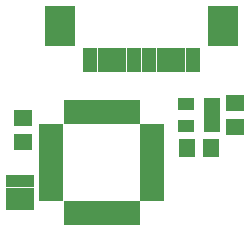
<source format=gts>
G04 #@! TF.FileFunction,Soldermask,Top*
%FSLAX46Y46*%
G04 Gerber Fmt 4.6, Leading zero omitted, Abs format (unit mm)*
G04 Created by KiCad (PCBNEW 4.0.7) date 04/14/20 22:35:50*
%MOMM*%
%LPD*%
G01*
G04 APERTURE LIST*
%ADD10C,0.100000*%
%ADD11R,1.650000X1.400000*%
%ADD12R,1.400000X1.650000*%
%ADD13R,1.460000X1.050000*%
%ADD14R,2.000000X0.950000*%
%ADD15R,0.950000X2.000000*%
%ADD16R,2.400000X1.100000*%
%ADD17R,2.400000X0.900000*%
%ADD18R,1.200000X2.100000*%
%ADD19R,2.600000X3.500000*%
G04 APERTURE END LIST*
D10*
D11*
X137750000Y-111250000D03*
X137750000Y-113250000D03*
D12*
X133750000Y-115000000D03*
X135750000Y-115000000D03*
D11*
X119800000Y-114500000D03*
X119800000Y-112500000D03*
D13*
X135850000Y-113200000D03*
X135850000Y-112250000D03*
X135850000Y-111300000D03*
X133650000Y-111300000D03*
X133650000Y-113200000D03*
D14*
X122250000Y-113450000D03*
X122250000Y-114250000D03*
X122250000Y-115050000D03*
X122250000Y-115850000D03*
X122250000Y-116650000D03*
X122250000Y-117450000D03*
X122250000Y-118250000D03*
X122250000Y-119050000D03*
D15*
X123700000Y-120500000D03*
X124500000Y-120500000D03*
X125300000Y-120500000D03*
X126100000Y-120500000D03*
X126900000Y-120500000D03*
X127700000Y-120500000D03*
X128500000Y-120500000D03*
X129300000Y-120500000D03*
D14*
X130750000Y-119050000D03*
X130750000Y-118250000D03*
X130750000Y-117450000D03*
X130750000Y-116650000D03*
X130750000Y-115850000D03*
X130750000Y-115050000D03*
X130750000Y-114250000D03*
X130750000Y-113450000D03*
D15*
X129300000Y-112000000D03*
X128500000Y-112000000D03*
X127700000Y-112000000D03*
X126900000Y-112000000D03*
X126100000Y-112000000D03*
X125300000Y-112000000D03*
X124500000Y-112000000D03*
X123700000Y-112000000D03*
D16*
X119600000Y-119750000D03*
D17*
X119600000Y-118800000D03*
D16*
X119600000Y-117850000D03*
D18*
X134250000Y-107575000D03*
X133000000Y-107575000D03*
X131750000Y-107575000D03*
X130500000Y-107575000D03*
X129250000Y-107575000D03*
X128000000Y-107575000D03*
X126750000Y-107575000D03*
X125500000Y-107575000D03*
D19*
X136750000Y-104675000D03*
X123000000Y-104675000D03*
M02*

</source>
